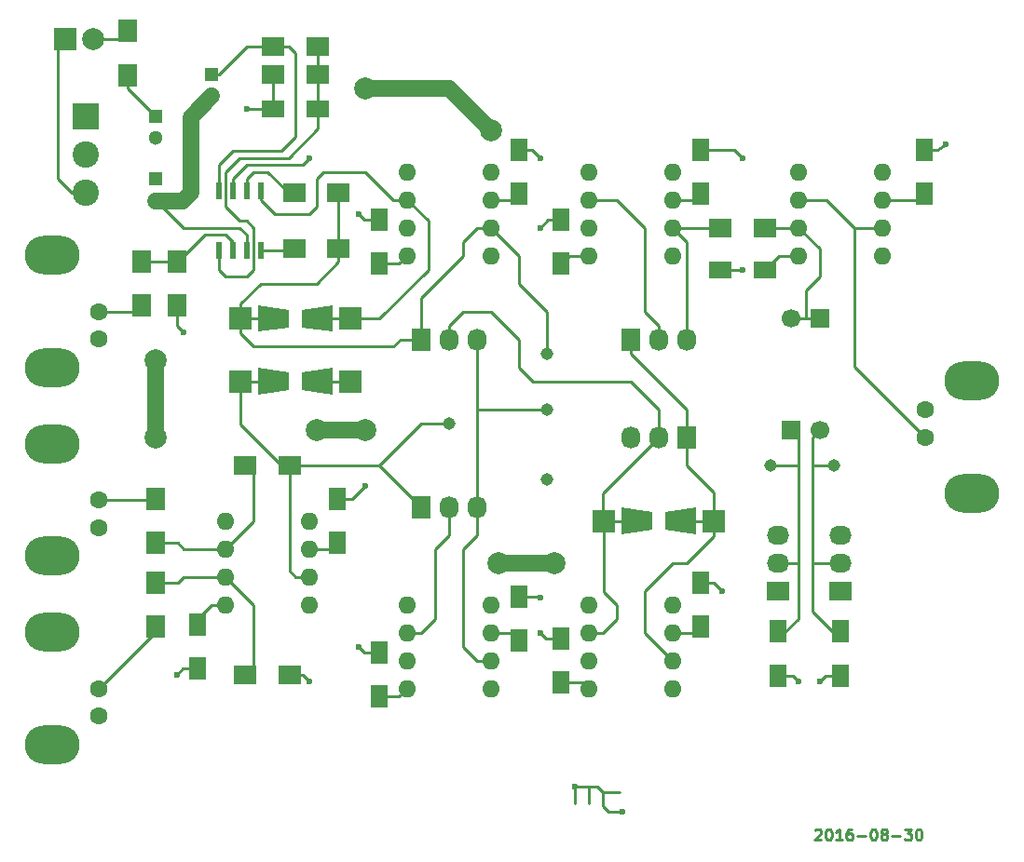
<source format=gtl>
G04 #@! TF.FileFunction,Copper,L1,Top,Signal*
%FSLAX46Y46*%
G04 Gerber Fmt 4.6, Leading zero omitted, Abs format (unit mm)*
G04 Created by KiCad (PCBNEW 4.0.1-stable) date 30/08/2016 2:09:59 p.m.*
%MOMM*%
G01*
G04 APERTURE LIST*
%ADD10C,0.100000*%
%ADD11C,0.250000*%
%ADD12R,1.727200X2.032000*%
%ADD13O,1.727200X2.032000*%
%ADD14O,5.001260X3.500120*%
%ADD15C,1.600200*%
%ADD16R,1.700000X2.000000*%
%ADD17R,1.300000X1.300000*%
%ADD18C,1.300000*%
%ADD19R,1.600000X2.000000*%
%ADD20R,2.000000X1.600000*%
%ADD21C,1.699260*%
%ADD22R,1.699260X1.699260*%
%ADD23R,2.000000X1.700000*%
%ADD24O,1.600000X1.600000*%
%ADD25C,1.143000*%
%ADD26R,2.032000X1.727200*%
%ADD27O,2.032000X1.727200*%
%ADD28R,1.998980X1.998980*%
%ADD29C,2.400000*%
%ADD30R,2.400000X2.400000*%
%ADD31R,2.000000X2.000000*%
%ADD32C,2.000000*%
%ADD33R,0.600000X1.550000*%
%ADD34C,0.600000*%
%ADD35C,1.500000*%
G04 APERTURE END LIST*
D10*
D11*
X77692857Y-76382619D02*
X77740476Y-76335000D01*
X77835714Y-76287381D01*
X78073810Y-76287381D01*
X78169048Y-76335000D01*
X78216667Y-76382619D01*
X78264286Y-76477857D01*
X78264286Y-76573095D01*
X78216667Y-76715952D01*
X77645238Y-77287381D01*
X78264286Y-77287381D01*
X78883333Y-76287381D02*
X78978572Y-76287381D01*
X79073810Y-76335000D01*
X79121429Y-76382619D01*
X79169048Y-76477857D01*
X79216667Y-76668333D01*
X79216667Y-76906429D01*
X79169048Y-77096905D01*
X79121429Y-77192143D01*
X79073810Y-77239762D01*
X78978572Y-77287381D01*
X78883333Y-77287381D01*
X78788095Y-77239762D01*
X78740476Y-77192143D01*
X78692857Y-77096905D01*
X78645238Y-76906429D01*
X78645238Y-76668333D01*
X78692857Y-76477857D01*
X78740476Y-76382619D01*
X78788095Y-76335000D01*
X78883333Y-76287381D01*
X80169048Y-77287381D02*
X79597619Y-77287381D01*
X79883333Y-77287381D02*
X79883333Y-76287381D01*
X79788095Y-76430238D01*
X79692857Y-76525476D01*
X79597619Y-76573095D01*
X81026191Y-76287381D02*
X80835714Y-76287381D01*
X80740476Y-76335000D01*
X80692857Y-76382619D01*
X80597619Y-76525476D01*
X80550000Y-76715952D01*
X80550000Y-77096905D01*
X80597619Y-77192143D01*
X80645238Y-77239762D01*
X80740476Y-77287381D01*
X80930953Y-77287381D01*
X81026191Y-77239762D01*
X81073810Y-77192143D01*
X81121429Y-77096905D01*
X81121429Y-76858810D01*
X81073810Y-76763571D01*
X81026191Y-76715952D01*
X80930953Y-76668333D01*
X80740476Y-76668333D01*
X80645238Y-76715952D01*
X80597619Y-76763571D01*
X80550000Y-76858810D01*
X81550000Y-76906429D02*
X82311905Y-76906429D01*
X82978571Y-76287381D02*
X83073810Y-76287381D01*
X83169048Y-76335000D01*
X83216667Y-76382619D01*
X83264286Y-76477857D01*
X83311905Y-76668333D01*
X83311905Y-76906429D01*
X83264286Y-77096905D01*
X83216667Y-77192143D01*
X83169048Y-77239762D01*
X83073810Y-77287381D01*
X82978571Y-77287381D01*
X82883333Y-77239762D01*
X82835714Y-77192143D01*
X82788095Y-77096905D01*
X82740476Y-76906429D01*
X82740476Y-76668333D01*
X82788095Y-76477857D01*
X82835714Y-76382619D01*
X82883333Y-76335000D01*
X82978571Y-76287381D01*
X83883333Y-76715952D02*
X83788095Y-76668333D01*
X83740476Y-76620714D01*
X83692857Y-76525476D01*
X83692857Y-76477857D01*
X83740476Y-76382619D01*
X83788095Y-76335000D01*
X83883333Y-76287381D01*
X84073810Y-76287381D01*
X84169048Y-76335000D01*
X84216667Y-76382619D01*
X84264286Y-76477857D01*
X84264286Y-76525476D01*
X84216667Y-76620714D01*
X84169048Y-76668333D01*
X84073810Y-76715952D01*
X83883333Y-76715952D01*
X83788095Y-76763571D01*
X83740476Y-76811190D01*
X83692857Y-76906429D01*
X83692857Y-77096905D01*
X83740476Y-77192143D01*
X83788095Y-77239762D01*
X83883333Y-77287381D01*
X84073810Y-77287381D01*
X84169048Y-77239762D01*
X84216667Y-77192143D01*
X84264286Y-77096905D01*
X84264286Y-76906429D01*
X84216667Y-76811190D01*
X84169048Y-76763571D01*
X84073810Y-76715952D01*
X84692857Y-76906429D02*
X85454762Y-76906429D01*
X85835714Y-76287381D02*
X86454762Y-76287381D01*
X86121428Y-76668333D01*
X86264286Y-76668333D01*
X86359524Y-76715952D01*
X86407143Y-76763571D01*
X86454762Y-76858810D01*
X86454762Y-77096905D01*
X86407143Y-77192143D01*
X86359524Y-77239762D01*
X86264286Y-77287381D01*
X85978571Y-77287381D01*
X85883333Y-77239762D01*
X85835714Y-77192143D01*
X87073809Y-76287381D02*
X87169048Y-76287381D01*
X87264286Y-76335000D01*
X87311905Y-76382619D01*
X87359524Y-76477857D01*
X87407143Y-76668333D01*
X87407143Y-76906429D01*
X87359524Y-77096905D01*
X87311905Y-77192143D01*
X87264286Y-77239762D01*
X87169048Y-77287381D01*
X87073809Y-77287381D01*
X86978571Y-77239762D01*
X86930952Y-77192143D01*
X86883333Y-77096905D01*
X86835714Y-76906429D01*
X86835714Y-76668333D01*
X86883333Y-76477857D01*
X86930952Y-76382619D01*
X86978571Y-76335000D01*
X87073809Y-76287381D01*
D12*
X41910000Y-31750000D03*
D13*
X44450000Y-31750000D03*
X46990000Y-31750000D03*
D14*
X8356600Y-34307780D03*
X8356600Y-24109680D03*
D15*
X12621260Y-29210000D03*
X12621260Y-31709360D03*
D16*
X17780000Y-50260000D03*
X17780000Y-46260000D03*
D17*
X17780000Y-11430000D03*
D18*
X17780000Y-13430000D03*
D17*
X17780000Y-17145000D03*
D18*
X17780000Y-19145000D03*
D17*
X22860000Y-7620000D03*
D18*
X22860000Y-9620000D03*
D19*
X21590000Y-61690000D03*
X21590000Y-57690000D03*
X34290000Y-46260000D03*
X34290000Y-50260000D03*
X54610000Y-20860000D03*
X54610000Y-24860000D03*
X50800000Y-14510000D03*
X50800000Y-18510000D03*
X38100000Y-60230000D03*
X38100000Y-64230000D03*
X50800000Y-55150000D03*
X50800000Y-59150000D03*
X38100000Y-20860000D03*
X38100000Y-24860000D03*
X67310000Y-53880000D03*
X67310000Y-57880000D03*
X54610000Y-58960000D03*
X54610000Y-62960000D03*
X67310000Y-14510000D03*
X67310000Y-18510000D03*
D20*
X69120000Y-25400000D03*
X73120000Y-25400000D03*
D19*
X87630000Y-14510000D03*
X87630000Y-18510000D03*
D21*
X78107540Y-40005520D03*
D22*
X78107540Y-29845520D03*
D16*
X17780000Y-53880000D03*
X17780000Y-57880000D03*
D23*
X29940000Y-43180000D03*
X25940000Y-43180000D03*
X25940000Y-62230000D03*
X29940000Y-62230000D03*
D16*
X15240000Y-7715000D03*
X15240000Y-3715000D03*
D23*
X73120000Y-21590000D03*
X69120000Y-21590000D03*
D24*
X24130000Y-48260000D03*
X24130000Y-50800000D03*
X24130000Y-53340000D03*
X24130000Y-55880000D03*
X31750000Y-55880000D03*
X31750000Y-53340000D03*
X31750000Y-50800000D03*
X31750000Y-48260000D03*
X40640000Y-16510000D03*
X40640000Y-19050000D03*
X40640000Y-21590000D03*
X40640000Y-24130000D03*
X48260000Y-24130000D03*
X48260000Y-21590000D03*
X48260000Y-19050000D03*
X48260000Y-16510000D03*
X40640000Y-55880000D03*
X40640000Y-58420000D03*
X40640000Y-60960000D03*
X40640000Y-63500000D03*
X48260000Y-63500000D03*
X48260000Y-60960000D03*
X48260000Y-58420000D03*
X48260000Y-55880000D03*
X57150000Y-55880000D03*
X57150000Y-58420000D03*
X57150000Y-60960000D03*
X57150000Y-63500000D03*
X64770000Y-63500000D03*
X64770000Y-60960000D03*
X64770000Y-58420000D03*
X64770000Y-55880000D03*
X57150000Y-16510000D03*
X57150000Y-19050000D03*
X57150000Y-21590000D03*
X57150000Y-24130000D03*
X64770000Y-24130000D03*
X64770000Y-21590000D03*
X64770000Y-19050000D03*
X64770000Y-16510000D03*
X76200000Y-16510000D03*
X76200000Y-19050000D03*
X76200000Y-21590000D03*
X76200000Y-24130000D03*
X83820000Y-24130000D03*
X83820000Y-21590000D03*
X83820000Y-19050000D03*
X83820000Y-16510000D03*
D25*
X44450000Y-39370000D03*
X53340000Y-33020000D03*
X53340000Y-38100000D03*
X53340000Y-44450000D03*
X73660000Y-43180000D03*
D19*
X74295000Y-62325000D03*
X74295000Y-58325000D03*
D12*
X66040000Y-40640000D03*
D13*
X63500000Y-40640000D03*
X60960000Y-40640000D03*
D12*
X60960000Y-31750000D03*
D13*
X63500000Y-31750000D03*
X66040000Y-31750000D03*
D26*
X74295000Y-54610000D03*
D27*
X74295000Y-52070000D03*
X74295000Y-49530000D03*
D12*
X41910000Y-46990000D03*
D13*
X44450000Y-46990000D03*
X46990000Y-46990000D03*
D10*
G36*
X27081480Y-31043880D02*
X27081480Y-28646120D01*
X29880560Y-29044900D01*
X29880560Y-30645100D01*
X27081480Y-31043880D01*
X27081480Y-31043880D01*
G37*
G36*
X33878520Y-28646120D02*
X33878520Y-31043880D01*
X31079440Y-30645100D01*
X31079440Y-29044900D01*
X33878520Y-28646120D01*
X33878520Y-28646120D01*
G37*
D28*
X25478740Y-29845000D03*
X35481260Y-29845000D03*
D10*
G36*
X60101480Y-49458880D02*
X60101480Y-47061120D01*
X62900560Y-47459900D01*
X62900560Y-49060100D01*
X60101480Y-49458880D01*
X60101480Y-49458880D01*
G37*
G36*
X66898520Y-47061120D02*
X66898520Y-49458880D01*
X64099440Y-49060100D01*
X64099440Y-47459900D01*
X66898520Y-47061120D01*
X66898520Y-47061120D01*
G37*
D28*
X58498740Y-48260000D03*
X68501260Y-48260000D03*
D10*
G36*
X33878520Y-34361120D02*
X33878520Y-36758880D01*
X31079440Y-36360100D01*
X31079440Y-34759900D01*
X33878520Y-34361120D01*
X33878520Y-34361120D01*
G37*
G36*
X27081480Y-36758880D02*
X27081480Y-34361120D01*
X29880560Y-34759900D01*
X29880560Y-36360100D01*
X27081480Y-36758880D01*
X27081480Y-36758880D01*
G37*
D28*
X35481260Y-35560000D03*
X25478740Y-35560000D03*
D14*
X8356600Y-51452780D03*
X8356600Y-41254680D03*
D15*
X12621260Y-46355000D03*
X12621260Y-48854360D03*
D14*
X8356600Y-68597780D03*
X8356600Y-58399680D03*
D15*
X12621260Y-63500000D03*
X12621260Y-65999360D03*
D14*
X91973400Y-35542220D03*
X91973400Y-45740320D03*
D15*
X87708740Y-40640000D03*
X87708740Y-38140640D03*
D29*
X11430000Y-14930000D03*
X11430000Y-18430000D03*
D30*
X11430000Y-11430000D03*
D19*
X80010000Y-62325000D03*
X80010000Y-58325000D03*
D26*
X80010000Y-54610000D03*
D27*
X80010000Y-52070000D03*
X80010000Y-49530000D03*
D25*
X79375000Y-43180000D03*
D21*
X75562460Y-29844480D03*
D22*
X75562460Y-40004480D03*
D31*
X9525000Y-4445000D03*
D32*
X12065000Y-4445000D03*
D20*
X28480000Y-10795000D03*
X32480000Y-10795000D03*
D16*
X16510000Y-24670000D03*
X16510000Y-28670000D03*
D23*
X28480000Y-5080000D03*
X32480000Y-5080000D03*
X28480000Y-7620000D03*
X32480000Y-7620000D03*
X34385000Y-18415000D03*
X30385000Y-18415000D03*
X34385000Y-23495000D03*
X30385000Y-23495000D03*
D16*
X19685000Y-24670000D03*
X19685000Y-28670000D03*
D33*
X27305000Y-18255000D03*
X26035000Y-18255000D03*
X24765000Y-18255000D03*
X23495000Y-18255000D03*
X23495000Y-23655000D03*
X24765000Y-23655000D03*
X26035000Y-23655000D03*
X27305000Y-23655000D03*
D34*
X60198000Y-74676000D03*
X55880000Y-72390000D03*
D32*
X48895000Y-52070000D03*
X53975000Y-52070000D03*
X36830000Y-40005000D03*
X32385000Y-40005000D03*
X48260000Y-12700000D03*
X36830000Y-8890000D03*
D34*
X36195000Y-20320000D03*
X31750000Y-15240000D03*
X20320000Y-31115000D03*
X26035000Y-10795000D03*
X78105000Y-62865000D03*
X76200000Y-62865000D03*
X19685000Y-62230000D03*
X71120000Y-15240000D03*
X71120000Y-25400000D03*
X52705000Y-21590000D03*
X52705000Y-15240000D03*
X89535000Y-13970000D03*
X69215000Y-54610000D03*
X52705000Y-58420000D03*
X52705000Y-55245000D03*
X36830000Y-45085000D03*
X36195000Y-59690000D03*
X31750000Y-62865000D03*
D32*
X17780000Y-33655000D03*
X17780000Y-40640000D03*
D11*
X58420000Y-72898000D02*
X59944000Y-72898000D01*
X57912000Y-72390000D02*
X57150000Y-72390000D01*
X58928000Y-74676000D02*
X60198000Y-74676000D01*
X58420000Y-72898000D02*
X58420000Y-74168000D01*
X58420000Y-74168000D02*
X58928000Y-74676000D01*
X55880000Y-72390000D02*
X57150000Y-72390000D01*
X57150000Y-72390000D02*
X57150000Y-73914000D01*
X57912000Y-72390000D02*
X58420000Y-72898000D01*
X55880000Y-72390000D02*
X55880000Y-73914000D01*
D35*
X48895000Y-52070000D02*
X53975000Y-52070000D01*
X32385000Y-40005000D02*
X36830000Y-40005000D01*
X44450000Y-8890000D02*
X48260000Y-12700000D01*
X36830000Y-8890000D02*
X44450000Y-8890000D01*
D11*
X15240000Y-7715000D02*
X15240000Y-8890000D01*
X15240000Y-8890000D02*
X17780000Y-11430000D01*
X22860000Y-7620000D02*
X23495000Y-7620000D01*
X23495000Y-7620000D02*
X26035000Y-5080000D01*
X26035000Y-5080000D02*
X28480000Y-5080000D01*
X23495000Y-18255000D02*
X23495000Y-15875000D01*
X29845000Y-5080000D02*
X28480000Y-5080000D01*
X30480000Y-5715000D02*
X29845000Y-5080000D01*
X30480000Y-13335000D02*
X30480000Y-5715000D01*
X29210000Y-14605000D02*
X30480000Y-13335000D01*
X24765000Y-14605000D02*
X29210000Y-14605000D01*
X23495000Y-15875000D02*
X24765000Y-14605000D01*
X27845000Y-4445000D02*
X28480000Y-5080000D01*
X64770000Y-58420000D02*
X66770000Y-58420000D01*
X66770000Y-58420000D02*
X67310000Y-57880000D01*
X48260000Y-19050000D02*
X50260000Y-19050000D01*
X50260000Y-19050000D02*
X50800000Y-18510000D01*
X64770000Y-19050000D02*
X66770000Y-19050000D01*
X66770000Y-19050000D02*
X67310000Y-18510000D01*
X83820000Y-19050000D02*
X87090000Y-19050000D01*
X87090000Y-19050000D02*
X87630000Y-18510000D01*
X31750000Y-50800000D02*
X33750000Y-50800000D01*
X33750000Y-50800000D02*
X34290000Y-50260000D01*
X48260000Y-58420000D02*
X50070000Y-58420000D01*
X50070000Y-58420000D02*
X50800000Y-59150000D01*
X66770000Y-58420000D02*
X67310000Y-57880000D01*
X38100000Y-20860000D02*
X36735000Y-20860000D01*
X36735000Y-20860000D02*
X36195000Y-20320000D01*
X24765000Y-18255000D02*
X24765000Y-17145000D01*
X31115000Y-15875000D02*
X31750000Y-15240000D01*
X26035000Y-15875000D02*
X31115000Y-15875000D01*
X24765000Y-17145000D02*
X26035000Y-15875000D01*
X28480000Y-7620000D02*
X28480000Y-10795000D01*
X19685000Y-28670000D02*
X19685000Y-30480000D01*
X19685000Y-30480000D02*
X20320000Y-31115000D01*
X28480000Y-10795000D02*
X26035000Y-10795000D01*
X80010000Y-62325000D02*
X78645000Y-62325000D01*
X78645000Y-62325000D02*
X78105000Y-62865000D01*
X74295000Y-62325000D02*
X75660000Y-62325000D01*
X75660000Y-62325000D02*
X76200000Y-62865000D01*
X21590000Y-61690000D02*
X20225000Y-61690000D01*
X20225000Y-61690000D02*
X19685000Y-62230000D01*
X67310000Y-14510000D02*
X70390000Y-14510000D01*
X70390000Y-14510000D02*
X71120000Y-15240000D01*
X69120000Y-25400000D02*
X71120000Y-25400000D01*
X54610000Y-20860000D02*
X53435000Y-20860000D01*
X53435000Y-20860000D02*
X52705000Y-21590000D01*
X50800000Y-14510000D02*
X51975000Y-14510000D01*
X51975000Y-14510000D02*
X52705000Y-15240000D01*
X89535000Y-13970000D02*
X88805000Y-14510000D01*
X88805000Y-14510000D02*
X87630000Y-14510000D01*
X67310000Y-53880000D02*
X68485000Y-53880000D01*
X68485000Y-53880000D02*
X69215000Y-54610000D01*
X54610000Y-58960000D02*
X53340000Y-58960000D01*
X53340000Y-58960000D02*
X53245000Y-58960000D01*
X53245000Y-58960000D02*
X52705000Y-58420000D01*
X50800000Y-55150000D02*
X52610000Y-55150000D01*
X52610000Y-55150000D02*
X52705000Y-55245000D01*
X34290000Y-46260000D02*
X35655000Y-46260000D01*
X35655000Y-46260000D02*
X36830000Y-45085000D01*
X38100000Y-60230000D02*
X36735000Y-60230000D01*
X36735000Y-60230000D02*
X36195000Y-59690000D01*
X29940000Y-62230000D02*
X31115000Y-62230000D01*
X31115000Y-62230000D02*
X31750000Y-62865000D01*
D35*
X17780000Y-33655000D02*
X17780000Y-40640000D01*
D11*
X11430000Y-18430000D02*
X10175000Y-18430000D01*
X8890000Y-17145000D02*
X8890000Y-5080000D01*
X10175000Y-18430000D02*
X8890000Y-17145000D01*
X8890000Y-5080000D02*
X9525000Y-4445000D01*
D35*
X17780000Y-19145000D02*
X20225000Y-19145000D01*
X20225000Y-19145000D02*
X20955000Y-18415000D01*
X20955000Y-18415000D02*
X20955000Y-11525000D01*
X20955000Y-11525000D02*
X22860000Y-9620000D01*
D11*
X17780000Y-19145000D02*
X17875000Y-19145000D01*
X17875000Y-19145000D02*
X20320000Y-21590000D01*
X20320000Y-21590000D02*
X25400000Y-21590000D01*
X25400000Y-21590000D02*
X26035000Y-22225000D01*
X26035000Y-22225000D02*
X26035000Y-23655000D01*
X38100000Y-24860000D02*
X39910000Y-24860000D01*
X39910000Y-24860000D02*
X40640000Y-24130000D01*
X57150000Y-24130000D02*
X55340000Y-24130000D01*
X55340000Y-24130000D02*
X54610000Y-24860000D01*
X76200000Y-24130000D02*
X74390000Y-24130000D01*
X74390000Y-24130000D02*
X73120000Y-25400000D01*
X38100000Y-64230000D02*
X39910000Y-64230000D01*
X39910000Y-64230000D02*
X40640000Y-63500000D01*
X54610000Y-62960000D02*
X56610000Y-62960000D01*
X56610000Y-62960000D02*
X57150000Y-63500000D01*
X21590000Y-57690000D02*
X21590000Y-57150000D01*
X21590000Y-57150000D02*
X22860000Y-55880000D01*
X22860000Y-55880000D02*
X24130000Y-55880000D01*
X41910000Y-27940000D02*
X41910000Y-31750000D01*
X39370000Y-32385000D02*
X40005000Y-31750000D01*
X40005000Y-31750000D02*
X41910000Y-31750000D01*
X26670000Y-32385000D02*
X39370000Y-32385000D01*
X25478740Y-29845000D02*
X25478740Y-31193740D01*
X25478740Y-31193740D02*
X26670000Y-32385000D01*
X34385000Y-18415000D02*
X34385000Y-23495000D01*
X25478740Y-29845000D02*
X25478740Y-28496260D01*
X34385000Y-24670000D02*
X34385000Y-23495000D01*
X32385000Y-26670000D02*
X34385000Y-24670000D01*
X27305000Y-26670000D02*
X32385000Y-26670000D01*
X25478740Y-28496260D02*
X27305000Y-26670000D01*
X25478740Y-29845000D02*
X28481020Y-29845000D01*
X53340000Y-33020000D02*
X53340000Y-29210000D01*
X50800000Y-24130000D02*
X48260000Y-21590000D01*
X50800000Y-26670000D02*
X50800000Y-24130000D01*
X53340000Y-29210000D02*
X50800000Y-26670000D01*
X46990000Y-21590000D02*
X48260000Y-21590000D01*
X45720000Y-22860000D02*
X46990000Y-21590000D01*
X45720000Y-24130000D02*
X45720000Y-22860000D01*
X41910000Y-27940000D02*
X45720000Y-24130000D01*
X27305000Y-18255000D02*
X27305000Y-19050000D01*
X39370000Y-19050000D02*
X40640000Y-19050000D01*
X36830000Y-16510000D02*
X39370000Y-19050000D01*
X33020000Y-16510000D02*
X36830000Y-16510000D01*
X32385000Y-17145000D02*
X33020000Y-16510000D01*
X32385000Y-19685000D02*
X32385000Y-17145000D01*
X31750000Y-20320000D02*
X32385000Y-19685000D01*
X28575000Y-20320000D02*
X31750000Y-20320000D01*
X27305000Y-19050000D02*
X28575000Y-20320000D01*
X40640000Y-19050000D02*
X40005000Y-19050000D01*
X32478980Y-29845000D02*
X35481260Y-29845000D01*
X35481260Y-29845000D02*
X38100000Y-29845000D01*
X38100000Y-29845000D02*
X42545000Y-25400000D01*
X42545000Y-25400000D02*
X42545000Y-20955000D01*
X42545000Y-20955000D02*
X40640000Y-19050000D01*
X32478980Y-35560000D02*
X35481260Y-35560000D01*
X58498740Y-48260000D02*
X58498740Y-54688740D01*
X58420000Y-58420000D02*
X57150000Y-58420000D01*
X59690000Y-57150000D02*
X58420000Y-58420000D01*
X59690000Y-55880000D02*
X59690000Y-57150000D01*
X58498740Y-54688740D02*
X59690000Y-55880000D01*
X63500000Y-40640000D02*
X58420000Y-45720000D01*
X58420000Y-45720000D02*
X58420000Y-48181260D01*
X58420000Y-48181260D02*
X58498740Y-48260000D01*
X58498740Y-48260000D02*
X61501020Y-48260000D01*
X44450000Y-31750000D02*
X44450000Y-30480000D01*
X63500000Y-38100000D02*
X63500000Y-40640000D01*
X60960000Y-35560000D02*
X63500000Y-38100000D01*
X52070000Y-35560000D02*
X60960000Y-35560000D01*
X50800000Y-34290000D02*
X52070000Y-35560000D01*
X50800000Y-31750000D02*
X50800000Y-34290000D01*
X48260000Y-29210000D02*
X50800000Y-31750000D01*
X45720000Y-29210000D02*
X48260000Y-29210000D01*
X44450000Y-30480000D02*
X45720000Y-29210000D01*
X60960000Y-31750000D02*
X60960000Y-33020000D01*
X66040000Y-38100000D02*
X66040000Y-40640000D01*
X60960000Y-33020000D02*
X66040000Y-38100000D01*
X68501260Y-48260000D02*
X68501260Y-49608740D01*
X62230000Y-58420000D02*
X64770000Y-60960000D01*
X62230000Y-54610000D02*
X62230000Y-58420000D01*
X64770000Y-52070000D02*
X62230000Y-54610000D01*
X66040000Y-52070000D02*
X64770000Y-52070000D01*
X68501260Y-49608740D02*
X66040000Y-52070000D01*
X66040000Y-40640000D02*
X66040000Y-43180000D01*
X68501260Y-45641260D02*
X68501260Y-48260000D01*
X66040000Y-43180000D02*
X68501260Y-45641260D01*
X65498980Y-48260000D02*
X68501260Y-48260000D01*
X76835000Y-29844480D02*
X76835000Y-27305000D01*
X78105000Y-23495000D02*
X76200000Y-21590000D01*
X78105000Y-26035000D02*
X78105000Y-23495000D01*
X76835000Y-27305000D02*
X78105000Y-26035000D01*
X75562460Y-29844480D02*
X76835000Y-29844480D01*
X76835000Y-29844480D02*
X78106500Y-29844480D01*
X78106500Y-29844480D02*
X78107540Y-29845520D01*
X76200000Y-21590000D02*
X73120000Y-21590000D01*
X12621260Y-46355000D02*
X17685000Y-46355000D01*
X17685000Y-46355000D02*
X17780000Y-46260000D01*
X17780000Y-57880000D02*
X17780000Y-58341260D01*
X17780000Y-58341260D02*
X12621260Y-63500000D01*
X81280000Y-21590000D02*
X81280000Y-34211260D01*
X81280000Y-34211260D02*
X87708740Y-40640000D01*
X83820000Y-21590000D02*
X81280000Y-21590000D01*
X78740000Y-19050000D02*
X76200000Y-19050000D01*
X81280000Y-21590000D02*
X78740000Y-19050000D01*
X24130000Y-50800000D02*
X26670000Y-48260000D01*
X26670000Y-48260000D02*
X26670000Y-43910000D01*
X26670000Y-43910000D02*
X25940000Y-43180000D01*
X17780000Y-50260000D02*
X19780000Y-50260000D01*
X20320000Y-50800000D02*
X24130000Y-50800000D01*
X19780000Y-50260000D02*
X20320000Y-50800000D01*
X24130000Y-53340000D02*
X25400000Y-54610000D01*
X26670000Y-55880000D02*
X26670000Y-61500000D01*
X25400000Y-54610000D02*
X26670000Y-55880000D01*
X26670000Y-61500000D02*
X25940000Y-62230000D01*
X17780000Y-53880000D02*
X19780000Y-53880000D01*
X20320000Y-53340000D02*
X24130000Y-53340000D01*
X19780000Y-53880000D02*
X20320000Y-53340000D01*
X29940000Y-43180000D02*
X29210000Y-43180000D01*
X29210000Y-43180000D02*
X25478740Y-39448740D01*
X25478740Y-39448740D02*
X25478740Y-35560000D01*
X25478740Y-35560000D02*
X28481020Y-35560000D01*
X38100000Y-43180000D02*
X41910000Y-39370000D01*
X41910000Y-39370000D02*
X44450000Y-39370000D01*
X29940000Y-43180000D02*
X38100000Y-43180000D01*
X38100000Y-43180000D02*
X41910000Y-46990000D01*
X31750000Y-53340000D02*
X30480000Y-53340000D01*
X29940000Y-52800000D02*
X29940000Y-43180000D01*
X30480000Y-53340000D02*
X29940000Y-52800000D01*
X66040000Y-31750000D02*
X66040000Y-22860000D01*
X66040000Y-22860000D02*
X64770000Y-21590000D01*
X69120000Y-21590000D02*
X64770000Y-21590000D01*
X57150000Y-19050000D02*
X59690000Y-19050000D01*
X63500000Y-30480000D02*
X63500000Y-31750000D01*
X62230000Y-29210000D02*
X63500000Y-30480000D01*
X62230000Y-21590000D02*
X62230000Y-29210000D01*
X59690000Y-19050000D02*
X62230000Y-21590000D01*
X40640000Y-58420000D02*
X41910000Y-58420000D01*
X44450000Y-49530000D02*
X44450000Y-46990000D01*
X43180000Y-50800000D02*
X44450000Y-49530000D01*
X43180000Y-57150000D02*
X43180000Y-50800000D01*
X41910000Y-58420000D02*
X43180000Y-57150000D01*
X48260000Y-60960000D02*
X46990000Y-60960000D01*
X46990000Y-49530000D02*
X46990000Y-46990000D01*
X45720000Y-50800000D02*
X46990000Y-49530000D01*
X45720000Y-59690000D02*
X45720000Y-50800000D01*
X46990000Y-60960000D02*
X45720000Y-59690000D01*
X53340000Y-38100000D02*
X46990000Y-38100000D01*
X46990000Y-44450000D02*
X46990000Y-38100000D01*
X46990000Y-38100000D02*
X46990000Y-31750000D01*
X46990000Y-46990000D02*
X46990000Y-44450000D01*
X73660000Y-43180000D02*
X76200000Y-43180000D01*
X74295000Y-52070000D02*
X76200000Y-52070000D01*
X74295000Y-58325000D02*
X75025000Y-58325000D01*
X75025000Y-58325000D02*
X76200000Y-57150000D01*
X76200000Y-57150000D02*
X76200000Y-52070000D01*
X76200000Y-52070000D02*
X76200000Y-43180000D01*
X76200000Y-43180000D02*
X76200000Y-40642020D01*
X76200000Y-40642020D02*
X75562460Y-40004480D01*
X79375000Y-43180000D02*
X77470000Y-43180000D01*
X77470000Y-52070000D02*
X80010000Y-52070000D01*
X80010000Y-58325000D02*
X79280000Y-58325000D01*
X79280000Y-58325000D02*
X77470000Y-56515000D01*
X77470000Y-56515000D02*
X77470000Y-52070000D01*
X77470000Y-52070000D02*
X77470000Y-43180000D01*
X77470000Y-43180000D02*
X77470000Y-40643060D01*
X77470000Y-40643060D02*
X78107540Y-40005520D01*
X12065000Y-4445000D02*
X14510000Y-4445000D01*
X14510000Y-4445000D02*
X15240000Y-3715000D01*
X32480000Y-7620000D02*
X32480000Y-8720000D01*
X32480000Y-8720000D02*
X32480000Y-10795000D01*
X32480000Y-5080000D02*
X32480000Y-7620000D01*
X32480000Y-10795000D02*
X32480000Y-12605000D01*
X23495000Y-25400000D02*
X23495000Y-23655000D01*
X24130000Y-26035000D02*
X23495000Y-25400000D01*
X26035000Y-26035000D02*
X24130000Y-26035000D01*
X26670000Y-25400000D02*
X26035000Y-26035000D01*
X26670000Y-21590000D02*
X26670000Y-25400000D01*
X26035000Y-20955000D02*
X26670000Y-21590000D01*
X25400000Y-20955000D02*
X26035000Y-20955000D01*
X24130000Y-19685000D02*
X25400000Y-20955000D01*
X24130000Y-16510000D02*
X24130000Y-19685000D01*
X25400000Y-15240000D02*
X24130000Y-16510000D01*
X29845000Y-15240000D02*
X25400000Y-15240000D01*
X32480000Y-12605000D02*
X29845000Y-15240000D01*
X12621260Y-29210000D02*
X15970000Y-29210000D01*
X15970000Y-29210000D02*
X16510000Y-28670000D01*
X19685000Y-24670000D02*
X19780000Y-24670000D01*
X19780000Y-24670000D02*
X22225000Y-22225000D01*
X24765000Y-22860000D02*
X24765000Y-23655000D01*
X24130000Y-22225000D02*
X24765000Y-22860000D01*
X22225000Y-22225000D02*
X24130000Y-22225000D01*
X16510000Y-24670000D02*
X19685000Y-24670000D01*
X30385000Y-18415000D02*
X29845000Y-18415000D01*
X29845000Y-18415000D02*
X27940000Y-16510000D01*
X27940000Y-16510000D02*
X26670000Y-16510000D01*
X26670000Y-16510000D02*
X26035000Y-17145000D01*
X26035000Y-17145000D02*
X26035000Y-18255000D01*
X27305000Y-23655000D02*
X30225000Y-23655000D01*
X30225000Y-23655000D02*
X30385000Y-23495000D01*
M02*

</source>
